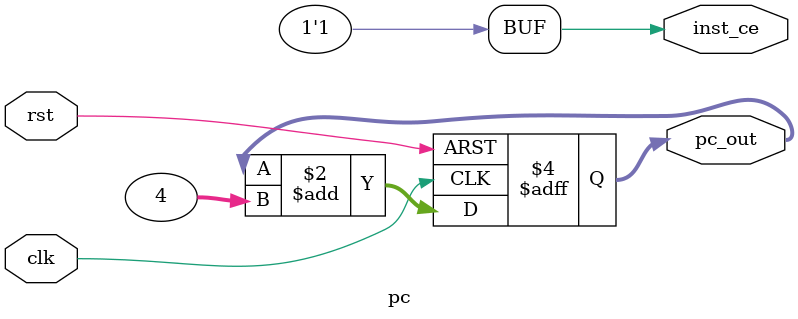
<source format=v>
`timescale 1ns / 1ps

module pc(
	input clk,
	input rst,
	output reg [31:0] pc_out, 
	output reg inst_ce
	);
	
	initial begin
		inst_ce = 1'b1;
	end

	always @(posedge clk or posedge rst) begin
		if (rst) begin
			pc_out <= 32'b0;
		end
		else begin
			pc_out <= pc_out + 32'h4; // add
		end
	end
endmodule
</source>
